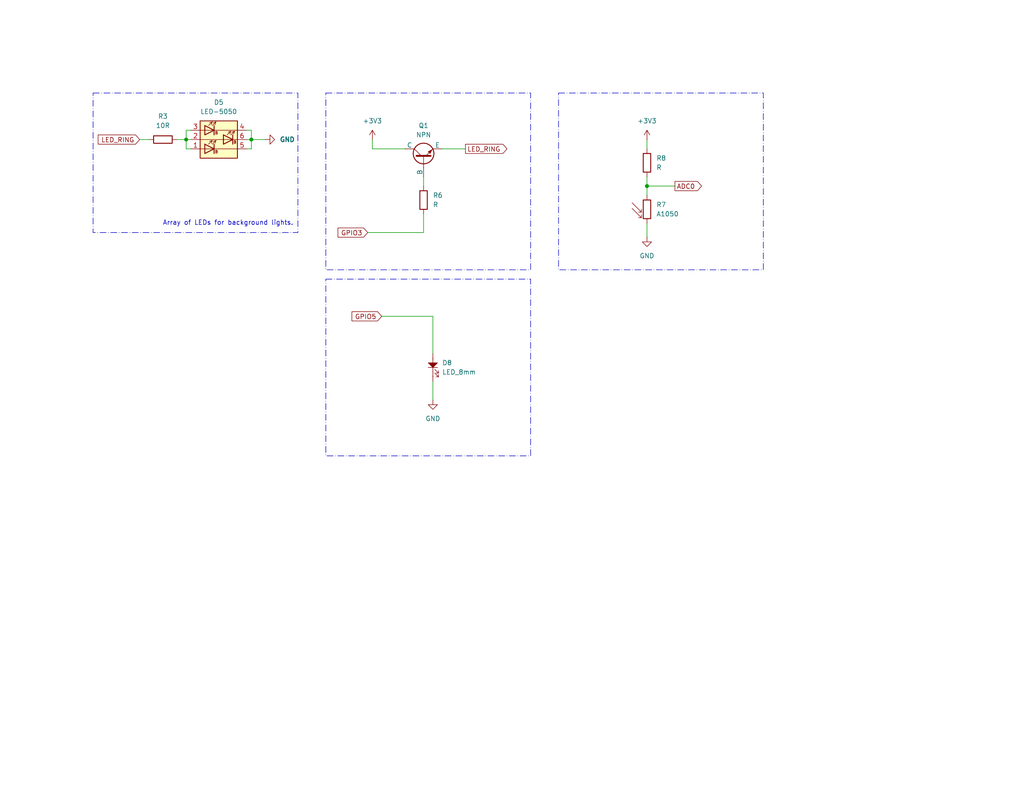
<source format=kicad_sch>
(kicad_sch (version 20231120) (generator "eeschema") (generator_version "8.0")
  (paper "USLetter")
  (title_block (title "Smart Work Desk Lights") (date "2024-07-24") (rev "Final") (company "Alexander Bobkov") (comment 1 "Specialized Accounting Offices") (comment 2 "ESP32-C3 SuperMini"))
  (lib_symbols
    (symbol "Alexander Symbol Library:LED_SMD_5050" (pin_names hide)
      (property "Reference" "D" (at -5.08 6.35 0))
      (property "Value" "LED_SMD_5050" (at -5.08 -6.35 0))
      (symbol "LED_SMD_5050_0_0"
        (text "B" (at -0.635 -3.3274 0) (effects (font (size 0.762 0.762))))
      )
      (symbol "LED_SMD_5050_0_1"
        (rectangle (start -5.08 5.08) (end 5.08 -5.08) (stroke (width 0.254)) (fill (type background)))
        (polyline (pts (xy -5.08 -2.54) (xy 5.08 -2.54)))
        (polyline (pts (xy -5.08 0) (xy 5.08 0)))
        (polyline (pts (xy -5.08 2.54) (xy 5.08 2.54)))
        (polyline (pts (xy -2.794 -1.27) (xy -1.778 -0.254)))
        (polyline (pts (xy -2.794 3.81) (xy -1.778 4.826)))
        (polyline (pts (xy -1.778 -1.27) (xy -0.762 -0.254)))
        (polyline (pts (xy -1.778 3.81) (xy -0.762 4.826)))
        (polyline (pts (xy -1.27 -1.27) (xy -1.27 -3.81)) (stroke (width 0.254)))
        (polyline (pts (xy -1.27 3.81) (xy -1.27 1.27)) (stroke (width 0.254)))
        (polyline (pts (xy 2.286 1.27) (xy 3.302 2.286)))
        (polyline (pts (xy 3.302 1.27) (xy 4.318 2.286)))
        (polyline (pts (xy 3.81 1.27) (xy 3.81 -1.27)) (stroke (width 0.254)))
        (polyline (pts (xy -2.54 4.572) (xy -1.778 4.826) (xy -2.032 4.064)))
        (polyline (pts (xy -2.032 -1.016) (xy -1.778 -0.254) (xy -2.54 -0.508)))
        (polyline (pts (xy -1.524 -0.508) (xy -0.762 -0.254) (xy -1.016 -1.016)))
        (polyline (pts (xy -1.524 4.572) (xy -0.762 4.826) (xy -1.016 4.064)))
        (polyline (pts (xy 3.048 1.524) (xy 3.302 2.286) (xy 2.54 2.032)))
        (polyline (pts (xy 3.556 2.032) (xy 4.318 2.286) (xy 4.064 1.524)))
        (polyline (pts (xy -3.81 -1.27) (xy -3.81 -3.81) (xy -1.27 -2.54) (xy -3.81 -1.27)) (stroke (width 0.254)))
        (polyline (pts (xy -3.81 3.81) (xy -3.81 1.27) (xy -1.27 2.54) (xy -3.81 3.81)) (stroke (width 0.254)))
        (polyline (pts (xy 1.27 1.27) (xy 1.27 -1.27) (xy 3.81 0) (xy 1.27 1.27)) (stroke (width 0.254)))
      )
      (symbol "LED_SMD_5050_1_0"
        (text "B" (at -0.635 1.8034 0) (effects (font (size 0.762 0.762))))
        (text "B" (at 4.4196 -0.7112 0) (effects (font (size 0.762 0.762))))
      )
      (symbol "LED_SMD_5050_1_1"
        (pin passive line (at -7.62 -2.54 0) (length 2.54) (name "AB") (number "1"))
        (pin passive line (at -7.62 0 0) (length 2.54) (name "KB") (number "2"))
        (pin passive line (at -7.62 2.54 0) (length 2.54) (name "AR") (number "3"))
        (pin passive line (at 7.62 2.54 180) (length 2.54) (name "KR") (number "4"))
        (pin passive line (at 7.62 -2.54 180) (length 2.54) (name "AG") (number "5"))
        (pin passive line (at 7.62 0 180) (length 2.54) (name "KR") (number "6"))
      )
    )
    (symbol "Device:R" (pin_numbers hide) (pin_names (offset 0))
      (property "Reference" "R" (at 2.032 0 90))
      (property "Value" "R" (at 0 0 90))
      (symbol "R_0_1"
        (rectangle (start -1.016 -2.54) (end 1.016 2.54) (stroke (width 0.254)))
      )
      (symbol "R_1_1"
        (pin passive line (at 0 3.81 270) (length 1.27) (name "~") (number "1"))
        (pin passive line (at 0 -3.81 90) (length 1.27) (name "~") (number "2"))
      )
    )
    (symbol "GND_4" (power) (pin_numbers hide) (pin_names (offset 0) hide)
      (property "Value" "GND" (at 0 -3.81 0))
      (symbol "GND_4_0_1"
        (polyline (pts (xy 0 0) (xy 0 -1.27) (xy 1.27 -1.27) (xy 0 -2.54) (xy -1.27 -1.27) (xy 0 -1.27)))
      )
      (symbol "GND_4_1_1"
        (pin power_in line (at 0 0 270) (length 0) (name "~") (number "1"))
      )
    )
    (symbol "PCM_SL_Devices:LED_8mm"
      (property "Reference" "D" (at -0.508 5.334 0))
      (property "Value" "LED_8mm" (at -0.508 2.794 0))
      (symbol "LED_8mm_0_1"
        (polyline (pts (xy -1.27 0) (xy -2.54 0)))
        (polyline (pts (xy 0 1.27) (xy 0 -1.27)))
        (polyline (pts (xy 0.508 0.508) (xy 1.524 1.524)))
        (polyline (pts (xy 1.27 0) (xy 2.54 0)))
        (polyline (pts (xy 1.524 0.508) (xy 2.54 1.524)))
        (polyline (pts (xy 1.524 1.524) (xy 0.889 1.524)))
        (polyline (pts (xy 1.524 1.524) (xy 1.524 0.889)))
        (polyline (pts (xy 2.54 1.524) (xy 1.905 1.524)))
        (polyline (pts (xy 2.54 1.524) (xy 2.54 0.889)))
        (polyline (pts (xy 0 0) (xy -1.27 -1.27) (xy -1.27 1.27) (xy 0 0) (xy 1.27 0)) (fill (type outline)))
      )
      (symbol "LED_8mm_1_1"
        (pin passive line (at 3.81 0 180) (length 1.5) (name "~") (number "1"))
        (pin passive line (at -3.81 0 0) (length 1.5) (name "") (number "2"))
      )
    )
    (symbol "Sensor_Optical:A1050" (pin_numbers hide) (pin_names (offset 0))
      (property "Reference" "R" (at -5.08 0 90))
      (property "Value" "A1050" (at 1.905 0 90))
      (symbol "A1050_0_1"
        (rectangle (start -1.016 2.54) (end 1.016 -2.54) (stroke (width 0.254)))
        (polyline (pts (xy -1.524 -2.286) (xy -4.064 0.254)))
        (polyline (pts (xy -1.524 -2.286) (xy -2.286 -2.286)))
        (polyline (pts (xy -1.524 -2.286) (xy -1.524 -1.524)))
        (polyline (pts (xy -1.524 -0.762) (xy -4.064 1.778)))
        (polyline (pts (xy -1.524 -0.762) (xy -2.286 -0.762)))
        (polyline (pts (xy -1.524 -0.762) (xy -1.524 0)))
      )
      (symbol "A1050_1_1"
        (pin passive line (at 0 3.81 270) (length 1.27) (name "~") (number "1"))
        (pin passive line (at 0 -3.81 90) (length 1.27) (name "~") (number "2"))
      )
    )
    (symbol "Simulation_SPICE:NPN" (pin_numbers hide) (pin_names (offset 0))
      (property "Reference" "Q" (at -2.54 7.62 0))
      (property "Value" "NPN" (at -2.54 5.08 0))
      (symbol "NPN_0_1"
        (polyline (pts (xy -2.54 0) (xy 0.635 0)) (stroke (width 0.1524)))
        (polyline (pts (xy 0.635 0.635) (xy 2.54 2.54)))
        (polyline (pts (xy 2.794 -1.27) (xy 2.794 -1.27)) (stroke (width 0.1524)))
        (polyline (pts (xy 2.794 -1.27) (xy 2.794 -1.27)) (stroke (width 0.1524)))
        (polyline (pts (xy 0.635 -0.635) (xy 2.54 -2.54) (xy 2.54 -2.54)))
        (polyline (pts (xy 0.635 1.905) (xy 0.635 -1.905) (xy 0.635 -1.905)) (stroke (width 0.508)))
        (polyline (pts (xy 1.27 -1.778) (xy 1.778 -1.27) (xy 2.286 -2.286) (xy 1.27 -1.778) (xy 1.27 -1.778)) (fill (type outline)))
        (circle (center 1.27 0) (radius 2.8194) (stroke (width 0.254)))
      )
      (symbol "NPN_1_1"
        (pin open_collector line (at 2.54 5.08 270) (length 2.54) (name "C") (number "1"))
        (pin input line (at -5.08 0 0) (length 2.54) (name "B") (number "2"))
        (pin open_emitter line (at 2.54 -5.08 90) (length 2.54) (name "E") (number "3"))
      )
    )
    (symbol "power:+3V3" (power) (pin_numbers hide) (pin_names (offset 0) hide)
      (property "Value" "+3V3" (at 0 3.556 0))
      (symbol "+3V3_0_1"
        (polyline (pts (xy -0.762 1.27) (xy 0 2.54)))
        (polyline (pts (xy 0 0) (xy 0 2.54)))
        (polyline (pts (xy 0 2.54) (xy 0.762 1.27)))
      )
      (symbol "+3V3_1_1"
        (pin power_in line (at 0 0 90) (length 0) (name "~") (number "1"))
      )
    )
    (symbol "power:GND" (power) (pin_numbers hide) (pin_names (offset 0) hide)
      (property "Value" "GND" (at 0 -3.81 0))
      (symbol "GND_0_1"
        (polyline (pts (xy 0 0) (xy 0 -1.27) (xy 1.27 -1.27) (xy 0 -2.54) (xy -1.27 -1.27) (xy 0 -1.27)))
      )
      (symbol "GND_1_1"
        (pin power_in line (at 0 0 270) (length 0) (name "~") (number "1"))
      )
    )
  )
  (junction (at 176.53 50.8))
  (junction (at 50.8 38.1))
  (junction (at 68.58 38.1))
  (wire (pts (xy 67.31 40.64) (xy 68.58 40.64)))
  (wire (pts (xy 101.6 38.1) (xy 101.6 40.64)))
  (wire (pts (xy 52.07 35.56) (xy 50.8 35.56)))
  (wire (pts (xy 52.07 40.64) (xy 50.8 40.64)))
  (wire (pts (xy 104.14 86.36) (xy 118.11 86.36)))
  (wire (pts (xy 68.58 40.64) (xy 68.58 38.1)))
  (wire (pts (xy 101.6 40.64) (xy 110.49 40.64)))
  (wire (pts (xy 68.58 35.56) (xy 68.58 38.1)))
  (wire (pts (xy 118.11 86.36) (xy 118.11 96.52)))
  (wire (pts (xy 50.8 38.1) (xy 52.07 38.1)))
  (wire (pts (xy 50.8 40.64) (xy 50.8 38.1)))
  (wire (pts (xy 118.11 104.14) (xy 118.11 109.22)))
  (wire (pts (xy 68.58 38.1) (xy 72.39 38.1)))
  (wire (pts (xy 48.26 38.1) (xy 50.8 38.1)))
  (wire (pts (xy 176.53 53.34) (xy 176.53 50.8)))
  (wire (pts (xy 38.1 38.1) (xy 40.64 38.1)))
  (wire (pts (xy 120.65 40.64) (xy 127 40.64)))
  (wire (pts (xy 67.31 38.1) (xy 68.58 38.1)))
  (wire (pts (xy 176.53 60.96) (xy 176.53 64.77)))
  (wire (pts (xy 115.57 58.42) (xy 115.57 63.5)))
  (wire (pts (xy 100.33 63.5) (xy 115.57 63.5)))
  (wire (pts (xy 115.57 48.26) (xy 115.57 50.8)))
  (wire (pts (xy 176.53 50.8) (xy 184.15 50.8)))
  (wire (pts (xy 67.31 35.56) (xy 68.58 35.56)))
  (wire (pts (xy 176.53 50.8) (xy 176.53 48.26)))
  (wire (pts (xy 176.53 38.1) (xy 176.53 40.64)))
  (wire (pts (xy 50.8 35.56) (xy 50.8 38.1)))
  (rectangle (start 88.9 76.2) (end 144.78 124.46) (stroke (width 0) (type dash_dot)))
  (rectangle (start 88.9 25.4) (end 144.78 73.66) (stroke (width 0) (type dash_dot)))
  (rectangle (start 152.4 25.4) (end 208.28 73.66) (stroke (width 0) (type dash_dot)))
  (rectangle (start 25.4 25.4) (end 81.28 63.5) (stroke (width 0) (type dash_dot)))
  (text "Array of LEDs for background lights." (at 62.23 60.96 0) (effects (font (size 1.27 1.27))))
  (global_label "GPIO5" (shape input) (at 104.14 86.36 180) (property "Intersheetrefs" "${INTERSHEET_REFS}" (effects (hide yes))))
  (global_label "GPIO3" (shape input) (at 100.33 63.5 180) (property "Intersheetrefs" "${INTERSHEET_REFS}" (effects (hide yes))))
  (global_label "ADC0" (shape output) (at 184.15 50.8 0) (property "Intersheetrefs" "${INTERSHEET_REFS}" (effects (hide yes))))
  (global_label "LED_RING" (shape output) (at 127 40.64 0) (property "Intersheetrefs" "${INTERSHEET_REFS}" (effects (hide yes))))
  (global_label "LED_RING" (shape input) (at 38.1 38.1 180) (property "Intersheetrefs" "${INTERSHEET_REFS}" (effects (hide yes))))
  (symbol (lib_id "Sensor_Optical:A1050") (at 176.53 57.15 0) (unit 1)
    (property "Reference" "R7" (at 179.07 55.8799 0) (effects (justify left)))
    (property "Value" "A1050" (at 179.07 58.4199 0) (effects (justify left)))
    (property "Footprint" "OptoDevice:R_LDR_D6.4mm_P3.4mm_Vertical" (effects (hide yes)))
    (property "Datasheet" "http://cdn-reichelt.de/documents/datenblatt/A500/A106012.pdf" (effects (hide yes)))
    (property "Description" "light dependent resistor" (effects (hide yes)))
  )
  (symbol (lib_name "GND_4") (lib_id "power:GND") (at 72.39 38.1 90) (unit 1)
    (property "Reference" "#PWR011" (effects (hide yes)))
    (property "Value" "GND" (at 76.2 38.1 90) (effects (font (bold yes)) (justify right)))
    (property "Description" "Power symbol creates a global label with name \"GND\" , ground" (effects (hide yes)))
  )
  (symbol (lib_id "power:GND") (at 176.53 64.77 0) (unit 1)
    (property "Reference" "#PWR022" (effects (hide yes)))
    (property "Value" "GND" (at 176.53 69.85 0))
    (property "Description" "Power symbol creates a global label with name \"GND\" , ground" (effects (hide yes)))
  )
  (symbol (lib_id "power:GND") (at 118.11 109.22 0) (unit 1)
    (property "Reference" "#PWR021" (effects (hide yes)))
    (property "Value" "GND" (at 118.11 114.3 0))
    (property "Description" "Power symbol creates a global label with name \"GND\" , ground" (effects (hide yes)))
  )
  (symbol (lib_id "Device:R") (at 44.45 38.1 270) (unit 1)
    (property "Reference" "R3" (at 44.45 31.75 90))
    (property "Value" "10R" (at 44.45 34.29 90))
    (property "Footprint" "Resistor_SMD:R_1206_3216Metric_Pad1.30x1.75mm_HandSolder" (effects (hide yes)))
    (property "Description" "Resistor" (effects (hide yes)))
  )
  (symbol (lib_id "PCM_SL_Devices:LED_8mm") (at 118.11 100.33 270) (unit 1)
    (property "Reference" "D8" (at 120.65 99.0599 90) (effects (justify left)))
    (property "Value" "LED_8mm" (at 120.65 101.5999 90) (effects (justify left)))
    (property "Footprint" "LED_THT:LED_D8.0mm" (effects (hide yes)))
    (property "Description" "8mm diameter LED" (effects (hide yes)))
  )
  (symbol (lib_id "power:+3V3") (at 101.6 38.1 0) (unit 1)
    (property "Reference" "#PWR020" (effects (hide yes)))
    (property "Value" "+3V3" (at 101.6 33.02 0))
    (property "Description" "Power symbol creates a global label with name \"+3V3\"" (effects (hide yes)))
  )
  (symbol (lib_id "Simulation_SPICE:NPN") (at 115.57 43.18 90) (unit 1)
    (property "Reference" "Q1" (at 115.57 34.29 90))
    (property "Value" "NPN" (at 115.57 36.83 90))
    (property "Footprint" "Package_TO_SOT_THT:TO-92L_Inline_Wide" (effects (hide yes)))
    (property "Datasheet" "https://ngspice.sourceforge.io/docs/ngspice-html-manual/manual.xhtml#cha_BJTs" (effects (hide yes)))
    (property "Description" "Bipolar transistor symbol for simulation only, substrate tied to the emitter" (effects (hide yes)))
    (property "Sim.Device" "NPN" (effects (hide yes)))
    (property "Sim.Type" "GUMMELPOON" (effects (hide yes)))
    (property "Sim.Pins" "1=C 2=B 3=E" (effects (hide yes)))
  )
  (symbol (lib_id "Alexander Symbol Library:LED_SMD_5050") (at 59.69 38.1 0) (unit 1)
    (property "Reference" "D5" (at 59.69 27.94 0))
    (property "Value" "LED-5050" (at 59.69 30.48 0))
    (property "Footprint" "Alexander Footprint Library:LED_5050-6" (effects (hide yes)))
    (property "Datasheet" "https://www.cree.com/led-components/media/documents/CLS6B-FKW.pdf" (effects (hide yes)))
    (property "Description" "Cree PLCC6 3 in 1 SMD LED, PLCC-6" (effects (hide yes)))
  )
  (symbol (lib_id "Device:R") (at 176.53 44.45 0) (unit 1)
    (property "Reference" "R8" (at 179.07 43.1799 0) (effects (justify left)))
    (property "Value" "R" (at 179.07 45.7199 0) (effects (justify left)))
    (property "Footprint" "Resistor_SMD:R_1206_3216Metric_Pad1.30x1.75mm_HandSolder" (effects (hide yes)))
    (property "Description" "Resistor" (effects (hide yes)))
  )
  (symbol (lib_id "power:+3V3") (at 176.53 38.1 0) (unit 1)
    (property "Reference" "#PWR023" (effects (hide yes)))
    (property "Value" "+3V3" (at 176.53 33.02 0))
    (property "Description" "Power symbol creates a global label with name \"+3V3\"" (effects (hide yes)))
  )
  (symbol (lib_id "Device:R") (at 115.57 54.61 0) (unit 1)
    (property "Reference" "R6" (at 118.11 53.3399 0) (effects (justify left)))
    (property "Value" "R" (at 118.11 55.8799 0) (effects (justify left)))
    (property "Footprint" "Resistor_SMD:R_1206_3216Metric_Pad1.30x1.75mm_HandSolder" (effects (hide yes)))
    (property "Description" "Resistor" (effects (hide yes)))
  )
)
</source>
